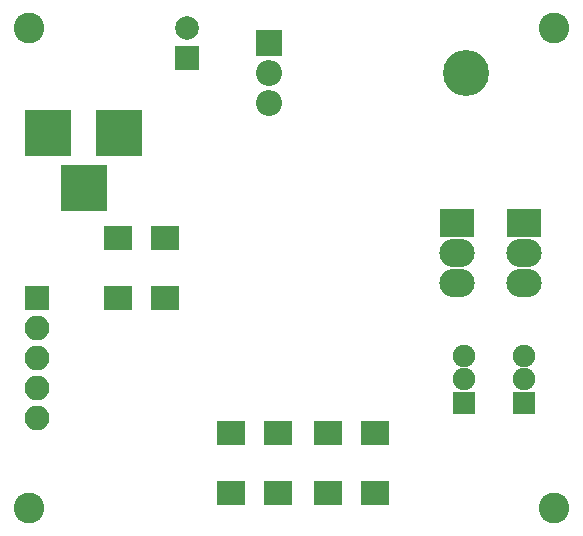
<source format=gbr>
G04 #@! TF.FileFunction,Soldermask,Top*
%FSLAX46Y46*%
G04 Gerber Fmt 4.6, Leading zero omitted, Abs format (unit mm)*
G04 Created by KiCad (PCBNEW 4.0.7) date Saturday, March 17, 2018 'PMt' 05:12:22 PM*
%MOMM*%
%LPD*%
G01*
G04 APERTURE LIST*
%ADD10C,0.100000*%
%ADD11C,2.600000*%
%ADD12R,2.000000X2.000000*%
%ADD13C,2.000000*%
%ADD14R,2.400000X2.100000*%
%ADD15R,3.900000X3.900000*%
%ADD16O,3.900000X3.900000*%
%ADD17R,2.200000X2.200000*%
%ADD18O,2.200000X2.200000*%
%ADD19R,1.900000X1.900000*%
%ADD20C,1.900000*%
%ADD21R,3.000000X2.400000*%
%ADD22O,3.000000X2.400000*%
%ADD23R,2.100000X2.100000*%
%ADD24O,2.100000X2.100000*%
G04 APERTURE END LIST*
D10*
D11*
X97790000Y-16510000D03*
X53340000Y-57150000D03*
X97790000Y-57150000D03*
D12*
X66675000Y-19050000D03*
D13*
X66675000Y-16550000D03*
D14*
X60865000Y-34290000D03*
X64865000Y-34290000D03*
X78645000Y-50800000D03*
X82645000Y-50800000D03*
D15*
X60960000Y-25400000D03*
X54960000Y-25400000D03*
X57960000Y-30100000D03*
D14*
X60865000Y-39370000D03*
X64865000Y-39370000D03*
D16*
X90320000Y-20320000D03*
D17*
X73660000Y-17780000D03*
D18*
X73660000Y-20320000D03*
X73660000Y-22860000D03*
D19*
X95250000Y-48260000D03*
D20*
X95250000Y-46260000D03*
X95250000Y-44260000D03*
D21*
X95250000Y-33020000D03*
D22*
X95250000Y-35560000D03*
X95250000Y-38100000D03*
D14*
X74390000Y-55880000D03*
X70390000Y-55880000D03*
X70390000Y-50800000D03*
X74390000Y-50800000D03*
D23*
X53975000Y-39370000D03*
D24*
X53975000Y-41910000D03*
X53975000Y-44450000D03*
X53975000Y-46990000D03*
X53975000Y-49530000D03*
D14*
X78645000Y-55880000D03*
X82645000Y-55880000D03*
D11*
X53340000Y-16510000D03*
D19*
X90170000Y-48260000D03*
D20*
X90170000Y-46260000D03*
X90170000Y-44260000D03*
D21*
X89535000Y-33020000D03*
D22*
X89535000Y-35560000D03*
X89535000Y-38100000D03*
M02*

</source>
